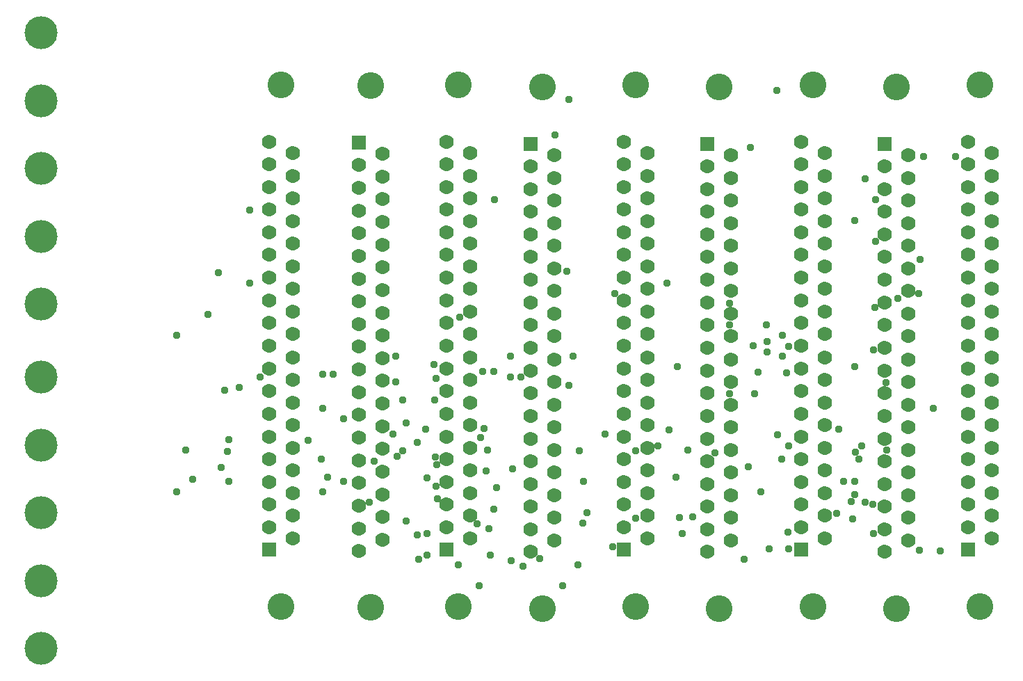
<source format=gbr>
G04 EAGLE Gerber RS-274X export*
G75*
%MOMM*%
%FSLAX34Y34*%
%LPD*%
%INSoldermask Bottom*%
%IPPOS*%
%AMOC8*
5,1,8,0,0,1.08239X$1,22.5*%
G01*
%ADD10C,3.253200*%
%ADD11R,1.763200X1.763200*%
%ADD12C,1.763200*%
%ADD13C,4.013200*%
%ADD14C,0.959600*%


D10*
X433070Y695960D03*
X433070Y60960D03*
D11*
X418870Y626860D03*
D12*
X418870Y599460D03*
X418870Y571760D03*
X418870Y544060D03*
X418870Y516660D03*
X418870Y488960D03*
X418870Y461260D03*
X418870Y433860D03*
X418870Y406160D03*
X418870Y378460D03*
X418870Y350760D03*
X418870Y323060D03*
X418870Y295660D03*
X418870Y267960D03*
X418870Y240260D03*
X418870Y212860D03*
X418870Y185160D03*
X418870Y157460D03*
X418870Y130060D03*
X447270Y613160D03*
X447270Y143760D03*
X447270Y585460D03*
X447270Y171460D03*
X447270Y558060D03*
X447270Y198860D03*
X447270Y530360D03*
X447270Y226560D03*
X447270Y502660D03*
X447270Y254260D03*
X447270Y475260D03*
X447270Y281660D03*
X447270Y447560D03*
X447270Y309360D03*
X447270Y419860D03*
X447270Y337060D03*
X447270Y392460D03*
X447270Y364460D03*
D10*
X647700Y695960D03*
X647700Y60960D03*
D11*
X633500Y626860D03*
D12*
X633500Y599460D03*
X633500Y571760D03*
X633500Y544060D03*
X633500Y516660D03*
X633500Y488960D03*
X633500Y461260D03*
X633500Y433860D03*
X633500Y406160D03*
X633500Y378460D03*
X633500Y350760D03*
X633500Y323060D03*
X633500Y295660D03*
X633500Y267960D03*
X633500Y240260D03*
X633500Y212860D03*
X633500Y185160D03*
X633500Y157460D03*
X633500Y130060D03*
X661900Y613160D03*
X661900Y143760D03*
X661900Y585460D03*
X661900Y171460D03*
X661900Y558060D03*
X661900Y198860D03*
X661900Y530360D03*
X661900Y226560D03*
X661900Y502660D03*
X661900Y254260D03*
X661900Y475260D03*
X661900Y281660D03*
X661900Y447560D03*
X661900Y309360D03*
X661900Y419860D03*
X661900Y337060D03*
X661900Y392460D03*
X661900Y364460D03*
D10*
X223520Y697230D03*
X223520Y62230D03*
D11*
X209320Y628130D03*
D12*
X209320Y600730D03*
X209320Y573030D03*
X209320Y545330D03*
X209320Y517930D03*
X209320Y490230D03*
X209320Y462530D03*
X209320Y435130D03*
X209320Y407430D03*
X209320Y379730D03*
X209320Y352030D03*
X209320Y324330D03*
X209320Y296930D03*
X209320Y269230D03*
X209320Y241530D03*
X209320Y214130D03*
X209320Y186430D03*
X209320Y158730D03*
X209320Y131330D03*
X237720Y614430D03*
X237720Y145030D03*
X237720Y586730D03*
X237720Y172730D03*
X237720Y559330D03*
X237720Y200130D03*
X237720Y531630D03*
X237720Y227830D03*
X237720Y503930D03*
X237720Y255530D03*
X237720Y476530D03*
X237720Y282930D03*
X237720Y448830D03*
X237720Y310630D03*
X237720Y421130D03*
X237720Y338330D03*
X237720Y393730D03*
X237720Y365730D03*
D10*
X863600Y695960D03*
X863600Y60960D03*
D11*
X849400Y626860D03*
D12*
X849400Y599460D03*
X849400Y571760D03*
X849400Y544060D03*
X849400Y516660D03*
X849400Y488960D03*
X849400Y461260D03*
X849400Y433860D03*
X849400Y406160D03*
X849400Y378460D03*
X849400Y350760D03*
X849400Y323060D03*
X849400Y295660D03*
X849400Y267960D03*
X849400Y240260D03*
X849400Y212860D03*
X849400Y185160D03*
X849400Y157460D03*
X849400Y130060D03*
X877800Y613160D03*
X877800Y143760D03*
X877800Y585460D03*
X877800Y171460D03*
X877800Y558060D03*
X877800Y198860D03*
X877800Y530360D03*
X877800Y226560D03*
X877800Y502660D03*
X877800Y254260D03*
X877800Y475260D03*
X877800Y281660D03*
X877800Y447560D03*
X877800Y309360D03*
X877800Y419860D03*
X877800Y337060D03*
X877800Y392460D03*
X877800Y364460D03*
D13*
X-177800Y12700D03*
X-177800Y95200D03*
X-177800Y177700D03*
X-177800Y260200D03*
X-177800Y342700D03*
X-177800Y431800D03*
X-177800Y514300D03*
X-177800Y596800D03*
X-177800Y679300D03*
X-177800Y761800D03*
D10*
X114300Y63500D03*
X114300Y698500D03*
D11*
X100100Y132600D03*
D12*
X100100Y160000D03*
X100100Y187700D03*
X100100Y215400D03*
X100100Y242800D03*
X100100Y270500D03*
X100100Y298200D03*
X100100Y325600D03*
X100100Y353300D03*
X100100Y381000D03*
X100100Y408700D03*
X100100Y436400D03*
X100100Y463800D03*
X100100Y491500D03*
X100100Y519200D03*
X100100Y546600D03*
X100100Y574300D03*
X100100Y602000D03*
X100100Y629400D03*
X128500Y146300D03*
X128500Y615700D03*
X128500Y174000D03*
X128500Y588000D03*
X128500Y201400D03*
X128500Y560600D03*
X128500Y229100D03*
X128500Y532900D03*
X128500Y256800D03*
X128500Y505200D03*
X128500Y284200D03*
X128500Y477800D03*
X128500Y311900D03*
X128500Y450100D03*
X128500Y339600D03*
X128500Y422400D03*
X128500Y367000D03*
X128500Y395000D03*
D10*
X546100Y63500D03*
X546100Y698500D03*
D11*
X531900Y132600D03*
D12*
X531900Y160000D03*
X531900Y187700D03*
X531900Y215400D03*
X531900Y242800D03*
X531900Y270500D03*
X531900Y298200D03*
X531900Y325600D03*
X531900Y353300D03*
X531900Y381000D03*
X531900Y408700D03*
X531900Y436400D03*
X531900Y463800D03*
X531900Y491500D03*
X531900Y519200D03*
X531900Y546600D03*
X531900Y574300D03*
X531900Y602000D03*
X531900Y629400D03*
X560300Y146300D03*
X560300Y615700D03*
X560300Y174000D03*
X560300Y588000D03*
X560300Y201400D03*
X560300Y560600D03*
X560300Y229100D03*
X560300Y532900D03*
X560300Y256800D03*
X560300Y505200D03*
X560300Y284200D03*
X560300Y477800D03*
X560300Y311900D03*
X560300Y450100D03*
X560300Y339600D03*
X560300Y422400D03*
X560300Y367000D03*
X560300Y395000D03*
D10*
X330200Y63500D03*
X330200Y698500D03*
D11*
X316000Y132600D03*
D12*
X316000Y160000D03*
X316000Y187700D03*
X316000Y215400D03*
X316000Y242800D03*
X316000Y270500D03*
X316000Y298200D03*
X316000Y325600D03*
X316000Y353300D03*
X316000Y381000D03*
X316000Y408700D03*
X316000Y436400D03*
X316000Y463800D03*
X316000Y491500D03*
X316000Y519200D03*
X316000Y546600D03*
X316000Y574300D03*
X316000Y602000D03*
X316000Y629400D03*
X344400Y146300D03*
X344400Y615700D03*
X344400Y174000D03*
X344400Y588000D03*
X344400Y201400D03*
X344400Y560600D03*
X344400Y229100D03*
X344400Y532900D03*
X344400Y256800D03*
X344400Y505200D03*
X344400Y284200D03*
X344400Y477800D03*
X344400Y311900D03*
X344400Y450100D03*
X344400Y339600D03*
X344400Y422400D03*
X344400Y367000D03*
X344400Y395000D03*
D10*
X762000Y63500D03*
X762000Y698500D03*
D11*
X747800Y132600D03*
D12*
X747800Y160000D03*
X747800Y187700D03*
X747800Y215400D03*
X747800Y242800D03*
X747800Y270500D03*
X747800Y298200D03*
X747800Y325600D03*
X747800Y353300D03*
X747800Y381000D03*
X747800Y408700D03*
X747800Y436400D03*
X747800Y463800D03*
X747800Y491500D03*
X747800Y519200D03*
X747800Y546600D03*
X747800Y574300D03*
X747800Y602000D03*
X747800Y629400D03*
X776200Y146300D03*
X776200Y615700D03*
X776200Y174000D03*
X776200Y588000D03*
X776200Y201400D03*
X776200Y560600D03*
X776200Y229100D03*
X776200Y532900D03*
X776200Y256800D03*
X776200Y505200D03*
X776200Y284200D03*
X776200Y477800D03*
X776200Y311900D03*
X776200Y450100D03*
X776200Y339600D03*
X776200Y422400D03*
X776200Y367000D03*
X776200Y395000D03*
D10*
X965200Y63500D03*
X965200Y698500D03*
D11*
X951000Y132600D03*
D12*
X951000Y160000D03*
X951000Y187700D03*
X951000Y215400D03*
X951000Y242800D03*
X951000Y270500D03*
X951000Y298200D03*
X951000Y325600D03*
X951000Y353300D03*
X951000Y381000D03*
X951000Y408700D03*
X951000Y436400D03*
X951000Y463800D03*
X951000Y491500D03*
X951000Y519200D03*
X951000Y546600D03*
X951000Y574300D03*
X951000Y602000D03*
X951000Y629400D03*
X979400Y146300D03*
X979400Y615700D03*
X979400Y174000D03*
X979400Y588000D03*
X979400Y201400D03*
X979400Y560600D03*
X979400Y229100D03*
X979400Y532900D03*
X979400Y256800D03*
X979400Y505200D03*
X979400Y284200D03*
X979400Y477800D03*
X979400Y311900D03*
X979400Y450100D03*
X979400Y339600D03*
X979400Y422400D03*
X979400Y367000D03*
X979400Y395000D03*
D14*
X262890Y314648D03*
X6809Y218750D03*
X-12700Y203200D03*
X254000Y337030D03*
X-12700Y393700D03*
X25400Y419100D03*
X448310Y637540D03*
X464820Y680720D03*
X791210Y176530D03*
X835660Y152400D03*
X595630Y220980D03*
X609600Y254000D03*
X642620Y250190D03*
X690880Y322580D03*
X689610Y381000D03*
X683260Y233680D03*
X698500Y203200D03*
X678180Y120650D03*
X708660Y133350D03*
X916940Y130810D03*
X891540Y132080D03*
X838200Y558800D03*
X825500Y584200D03*
X76200Y457200D03*
X38100Y469900D03*
X45720Y326390D03*
X266700Y286948D03*
X50800Y266700D03*
X-1750Y254000D03*
X477520Y252730D03*
X190500Y292100D03*
X165100Y346580D03*
X165100Y304800D03*
X50800Y215900D03*
X469900Y368300D03*
X41910Y232410D03*
X374170Y558800D03*
X49088Y252288D03*
X359679Y349322D03*
X301315Y315285D03*
X464948Y333042D03*
X406400Y342900D03*
X724380Y243270D03*
X718002Y691698D03*
X732790Y259080D03*
X487430Y177550D03*
X718754Y272570D03*
X482600Y215900D03*
X518223Y136618D03*
X546100Y252822D03*
X660400Y322466D03*
X695315Y348625D03*
X908530Y304800D03*
X850900Y336166D03*
X724832Y368300D03*
X706092Y373380D03*
X835275Y187575D03*
X808542Y191386D03*
X799140Y215900D03*
X813200Y199580D03*
X852390Y254164D03*
X812800Y215900D03*
X817880Y242570D03*
X825500Y190500D03*
X813732Y251274D03*
X732505Y379946D03*
X705330Y406400D03*
X660400Y432966D03*
X584200Y457200D03*
X660400Y406400D03*
X706092Y386080D03*
X821690Y259080D03*
X730122Y348231D03*
X357890Y268990D03*
X147320Y265430D03*
X365813Y254000D03*
X300990Y358140D03*
X396240Y231140D03*
X303100Y341200D03*
X290601Y279171D03*
X599440Y171450D03*
X482215Y165485D03*
X546100Y170848D03*
X373380Y349250D03*
X587066Y278841D03*
X508999Y273050D03*
X573406Y259270D03*
X685800Y622300D03*
X793878Y279400D03*
X836294Y375975D03*
X837292Y427434D03*
X838200Y508000D03*
X890906Y444500D03*
X810260Y170180D03*
X865808Y438150D03*
X812800Y355600D03*
X892230Y485830D03*
X292100Y219710D03*
X266700Y167280D03*
X280743Y151057D03*
X282229Y121130D03*
X812800Y533400D03*
X304243Y236022D03*
X457200Y88900D03*
X292100Y125770D03*
X292100Y152400D03*
X303172Y209693D03*
X462455Y471345D03*
X332292Y415974D03*
X254000Y368300D03*
X177800Y346580D03*
X163388Y243012D03*
X190500Y215900D03*
X330200Y114300D03*
X250849Y273208D03*
X262838Y253210D03*
X476250Y114300D03*
X429592Y122090D03*
X353225Y164290D03*
X304822Y195057D03*
X256290Y246630D03*
X408940Y112240D03*
X280563Y263426D03*
X394970Y119380D03*
X302260Y245110D03*
X355600Y88900D03*
X369019Y126281D03*
X367666Y158250D03*
X222426Y190423D03*
X227775Y240475D03*
X361831Y280551D03*
X596900Y355600D03*
X520700Y444500D03*
X76200Y546100D03*
X724832Y393700D03*
X63500Y330200D03*
X88900Y342900D03*
X393700Y368300D03*
X393700Y342900D03*
X603250Y152400D03*
X615950Y172720D03*
X731520Y153670D03*
X732790Y133350D03*
X165100Y203200D03*
X171450Y220980D03*
X364490Y228600D03*
X377190Y208280D03*
X896620Y610870D03*
X935990Y610870D03*
X373380Y181610D03*
M02*

</source>
